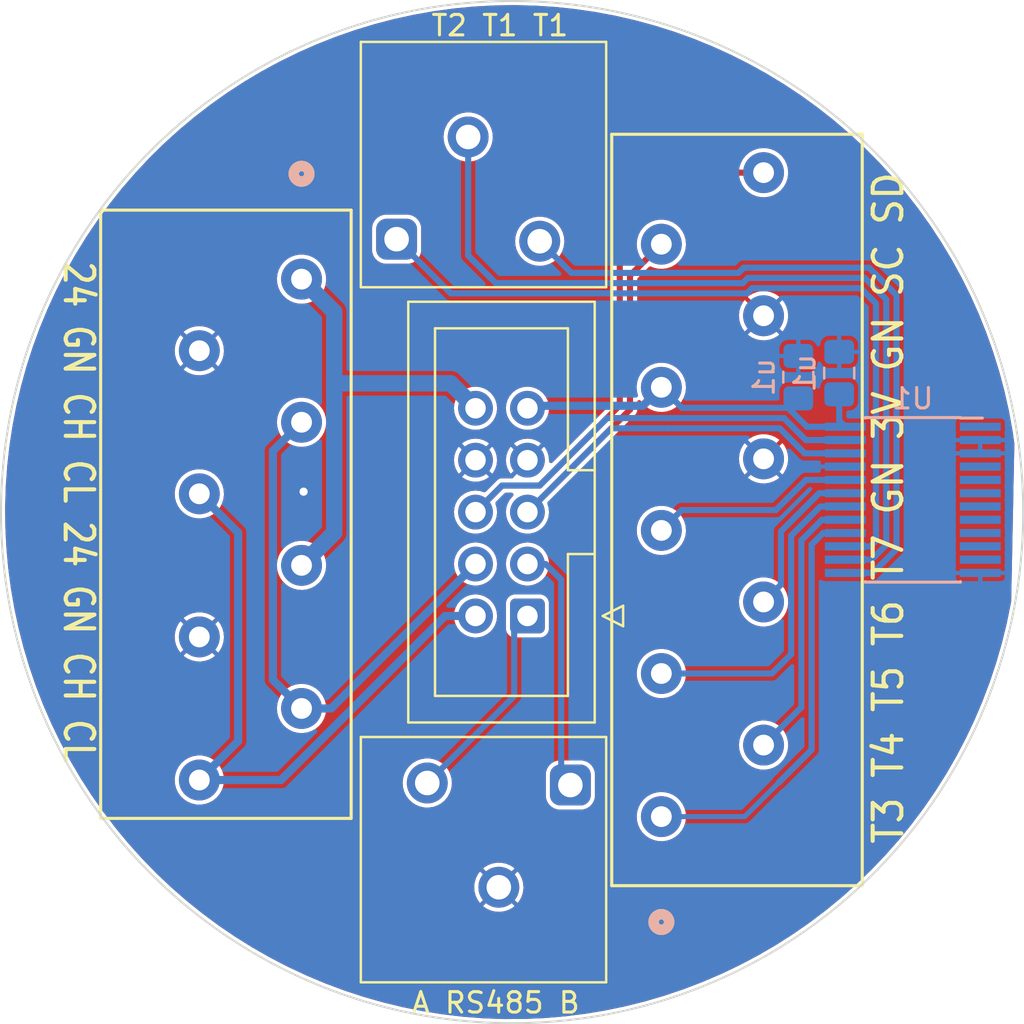
<source format=kicad_pcb>
(kicad_pcb (version 20211014) (generator pcbnew)
  (layers (0 "F.Cu" signal) (31 "B.Cu" signal) (34 "B.Paste" user) (35 "F.Paste" user) (36 "B.SilkS" user "B.Silkscreen") (37 "F.SilkS" user "F.Silkscreen") (38 "B.Mask" user) (39 "F.Mask" user) (44 "Edge.Cuts" user))
  (net 0 "")
  (net 1 "RS485B")
  (net 2 "CANL")
  (net 3 "RS485A")
  (net 4 "CANH")
  (net 5 "SCL")
  (net 6 "GND")
  (net 7 "SDA")
  (net 8 "+3V3")
  (net 9 "+24V")
  (net 19 "/T2")
  (net 20 "/T1")
  (net 21 "/T0")
  (net 22 "/T3")
  (net 23 "/T4")
  (net 24 "/T5")
  (net 25 "/T6")
  (net 26 "/T7")
  (footprint "liebler_CONN:KF250-3.5-3P-A" (layer "F.Cu") (at 94.35 86.65 180)
    (fp_text reference "J3" hide)
    (fp_text value "T2 T1 T1" (at -5.05 10.45) (layer "F.SilkS"))
    (fp_line (start 1.75 9.65) (end 1.75 -2.35) (layer "F.SilkS") (width 0.12))
    (fp_line (start -10.25 9.65) (end 1.75 9.65) (layer "F.SilkS") (width 0.12))
    (fp_line (start -10.25 -2.35) (end -10.25 9.65) (layer "F.SilkS") (width 0.12))
    (fp_line (start 1.75 -2.35) (end -10.25 -2.35) (layer "F.SilkS") (width 0.12))
    (pad "1" thru_hole roundrect locked (at 0 0 180) (size 2 2) (drill 1.2) (layers *.Cu *.Mask) (net 19 "/T2"))
    (pad "2" thru_hole circle locked (at -3.5 5 180) (size 2 2) (drill 1.2) (layers *.Cu *.Mask) (net 20 "/T1"))
    (pad "3" thru_hole circle locked (at -7 -0.1 180) (size 2 2) (drill 1.2) (layers *.Cu *.Mask) (net 21 "/T0"))
  )
  (footprint "liebler_CONN:WAGO_250-210" (layer "F.Cu") (at 107.300001 114.895166 90)
    (fp_text reference "J9" hide)
    (fp_text value "T3 T4 T5 T6 T7 GN 3V GN SC SD" (at 15.095166 11.099999 90 unlocked) (layer "F.SilkS") (effects (font (size 1.4 1.3) (thickness 0.2))))
    (fp_circle (center -5.154937 0) (end -4.773937 0) (layer "B.SilkS") (width 0.508) (fill none))
    (fp_line (start 33.377068 9.826999) (end 33.377068 -2.427001) (layer "F.SilkS") (width 0.1524))
    (fp_line (start 33.377068 -2.427001) (end -3.376937 -2.427001) (layer "F.SilkS") (width 0.1524))
    (fp_line (start -3.376937 9.826999) (end 33.377068 9.826999) (layer "F.SilkS") (width 0.1524))
    (fp_line (start -3.376937 -2.427001) (end -3.376937 9.826999) (layer "F.SilkS") (width 0.1524))
    (fp_circle (center -5.154937 0) (end -4.773937 0) (layer "F.SilkS") (width 0.508) (fill none))
    (pad "1" thru_hole circle (at -0.000003 0 90) (size 2 2) (drill 1.016) (layers *.Cu *.Mask) (net 22 "/T3"))
    (pad "2" thru_hole circle (at 3.499997 5 90) (size 2 2) (drill 1.016) (layers *.Cu *.Mask) (net 23 "/T4"))
    (pad "3" thru_hole circle (at 6.999998 0 90) (size 2 2) (drill 1.016) (layers *.Cu *.Mask) (net 24 "/T5"))
    (pad "4" thru_hole circle (at 10.500001 5 90) (size 2 2) (drill 1.016) (layers *.Cu *.Mask) (net 25 "/T6"))
    (pad "5" thru_hole circle (at 14.000002 0 90) (size 2 2) (drill 1.016) (layers *.Cu *.Mask) (net 26 "/T7"))
    (pad "6" thru_hole circle (at 17.500002 5 90) (size 2 2) (drill 1.016) (layers *.Cu *.Mask) (net 6 "GND"))
    (pad "7" thru_hole circle (at 21.000003 0 90) (size 2 2) (drill 1.016) (layers *.Cu *.Mask) (net 8 "+3V3"))
    (pad "8" thru_hole circle (at 24.500004 5 90) (size 2 2) (drill 1.016) (layers *.Cu *.Mask) (net 6 "GND"))
    (pad "9" thru_hole circle (at 28.000004 0 90) (size 2 2) (drill 1.016) (layers *.Cu *.Mask) (net 5 "SCL"))
    (pad "10" thru_hole circle (at 31.500005 5 90) (size 2 2) (drill 1.016) (layers *.Cu *.Mask) (net 7 "SDA"))
  )
  (footprint "Connector_IDC:IDC-Header_2x05_P2.54mm_Vertical" (layer "F.Cu") (at 100.75 105.08 180)
    (fp_text reference "J1" hide)
    (fp_text value "BaseConnect" hide)
    (fp_line (start -1.98 3.03) (end -1.98 -3.91) (layer "F.SilkS") (width 0.12))
    (fp_line (start -4.68 0.5) (end -3.68 0) (layer "F.SilkS") (width 0.12))
    (fp_line (start -3.68 0) (end -4.68 -0.5) (layer "F.SilkS") (width 0.12))
    (fp_line (start -4.68 -0.5) (end -4.68 0.5) (layer "F.SilkS") (width 0.12))
    (fp_line (start -1.98 7.13) (end -3.29 7.13) (layer "F.SilkS") (width 0.12))
    (fp_line (start -1.98 -3.91) (end 4.52 -3.91) (layer "F.SilkS") (width 0.12))
    (fp_line (start -1.98 7.13) (end -1.98 7.13) (layer "F.SilkS") (width 0.12))
    (fp_line (start -3.29 15.37) (end -3.29 -5.21) (layer "F.SilkS") (width 0.12))
    (fp_line (start 4.52 -3.91) (end 4.52 14.07) (layer "F.SilkS") (width 0.12))
    (fp_line (start 5.83 15.37) (end -3.29 15.37) (layer "F.SilkS") (width 0.12))
    (fp_line (start 5.83 -5.21) (end 5.83 15.37) (layer "F.SilkS") (width 0.12))
    (fp_line (start -3.29 3.03) (end -1.98 3.03) (layer "F.SilkS") (width 0.12))
    (fp_line (start -1.98 14.07) (end -1.98 7.13) (layer "F.SilkS") (width 0.12))
    (fp_line (start -3.29 -5.21) (end 5.83 -5.21) (layer "F.SilkS") (width 0.12))
    (fp_line (start 4.52 14.07) (end -1.98 14.07) (layer "F.SilkS") (width 0.12))
    (pad "1" thru_hole roundrect (at 0 0 180) (size 1.7 1.7) (drill 1) (layers *.Cu *.Mask) (roundrect_rratio 0.147059) (net 3 "RS485A"))
    (pad "2" thru_hole circle (at 2.54 0 180) (size 1.7 1.7) (drill 1) (layers *.Cu *.Mask) (net 2 "CANL"))
    (pad "3" thru_hole circle (at 0 2.54 180) (size 1.7 1.7) (drill 1) (layers *.Cu *.Mask) (net 1 "RS485B"))
    (pad "4" thru_hole circle (at 2.54 2.54 180) (size 1.7 1.7) (drill 1) (layers *.Cu *.Mask) (net 4 "CANH"))
    (pad "5" thru_hole circle (at 0 5.08 180) (size 1.7 1.7) (drill 1) (layers *.Cu *.Mask) (net 5 "SCL"))
    (pad "6" thru_hole circle (at 2.54 5.08 180) (size 1.7 1.7) (drill 1) (layers *.Cu *.Mask) (net 7 "SDA"))
    (pad "7" thru_hole circle (at 0 7.62 180) (size 1.7 1.7) (drill 1) (layers *.Cu *.Mask) (net 6 "GND"))
    (pad "8" thru_hole circle (at 2.54 7.62 180) (size 1.7 1.7) (drill 1) (layers *.Cu *.Mask) (net 6 "GND"))
    (pad "9" thru_hole circle (at 0 10.16 180) (size 1.7 1.7) (drill 1) (layers *.Cu *.Mask) (net 8 "+3V3"))
    (pad "10" thru_hole circle (at 2.54 10.16 180) (size 1.7 1.7) (drill 1) (layers *.Cu *.Mask) (net 9 "+24V"))
  )
  (footprint "liebler_CONN:KF250-3.5-3P-A" (layer "F.Cu") (at 102.85 113.35)
    (fp_text reference "J4" hide)
    (fp_text value "A RS485 B" (at -3.65 10.65) (layer "F.SilkS"))
    (fp_line (start -10.25 -2.35) (end -10.25 9.65) (layer "F.SilkS") (width 0.12))
    (fp_line (start 1.75 -2.35) (end -10.25 -2.35) (layer "F.SilkS") (width 0.12))
    (fp_line (start -10.25 9.65) (end 1.75 9.65) (layer "F.SilkS") (width 0.12))
    (fp_line (start 1.75 9.65) (end 1.75 -2.35) (layer "F.SilkS") (width 0.12))
    (pad "1" thru_hole roundrect locked (at 0 0) (size 2 2) (drill 1.2) (layers *.Cu *.Mask) (net 1 "RS485B"))
    (pad "2" thru_hole circle locked (at -3.5 5) (size 2 2) (drill 1.2) (layers *.Cu *.Mask) (net 6 "GND"))
    (pad "3" thru_hole circle locked (at -7 -0.1) (size 2 2) (drill 1.2) (layers *.Cu *.Mask) (net 3 "RS485A"))
  )
  (footprint "liebler_CONN:WAGO_250-208" (layer "F.Cu") (at 89.699999 88.604834 -90)
    (fp_text reference "J10" hide)
    (fp_text value "24 GN CH CL 24 GN CH CL" (at 11.395166 10.899999 -90 unlocked) (layer "F.SilkS") (effects (font (size 1.4 1.17) (thickness 0.2))))
    (fp_circle (center -5.15493 0) (end -4.77393 0) (layer "B.SilkS") (width 0.508) (fill none))
    (fp_line (start 26.377062 9.826999) (end 26.377062 -2.427001) (layer "F.SilkS") (width 0.1524))
    (fp_line (start 26.377062 -2.427001) (end -3.37693 -2.427001) (layer "F.SilkS") (width 0.1524))
    (fp_line (start -3.37693 -2.427001) (end -3.37693 9.826999) (layer "F.SilkS") (width 0.1524))
    (fp_line (start -3.37693 9.826999) (end 26.377062 9.826999) (layer "F.SilkS") (width 0.1524))
    (fp_circle (center -5.15493 0) (end -4.77393 0) (layer "F.SilkS") (width 0.508) (fill none))
    (pad "1" thru_hole circle (at 0 0 270) (size 2 2) (drill 1.016) (layers *.Cu *.Mask) (net 9 "+24V"))
    (pad "2" thru_hole circle (at 3.500001 5 270) (size 2 2) (drill 1.016) (layers *.Cu *.Mask) (net 6 "GND"))
    (pad "3" thru_hole circle (at 7.000002 0 270) (size 2 2) (drill 1.016) (layers *.Cu *.Mask) (net 4 "CANH"))
    (pad "4" thru_hole circle (at 10.500002 5 270) (size 2 2) (drill 1.016) (layers *.Cu *.Mask) (net 2 "CANL"))
    (pad "5" thru_hole circle (at 14.000003 0 270) (size 2 2) (drill 1.016) (layers *.Cu *.Mask) (net 9 "+24V"))
    (pad "6" thru_hole circle (at 17.500003 5 270) (size 2 2) (drill 1.016) (layers *.Cu *.Mask) (net 6 "GND"))
    (pad "7" thru_hole circle (at 21.000004 0 270) (size 2 2) (drill 1.016) (layers *.Cu *.Mask) (net 4 "CANH"))
    (pad "8" thru_hole circle (at 24.500005 5 270) (size 2 2) (drill 1.016) (layers *.Cu *.Mask) (net 2 "CANL"))
  )
  (footprint "Capacitor_SMD:C_0805_2012Metric_Pad1.18x1.45mm_HandSolder" (layer "B.Cu") (at 116 93.2 90)
    (fp_text reference "C1" hide)
    (fp_text value "u1" (at 0 -1.68 90) (layer "B.SilkS") (effects (justify mirror)))
    (fp_line (start -0.261252 0.735) (end 0.261252 0.735) (layer "B.SilkS") (width 0.12))
    (fp_line (start -0.261252 -0.735) (end 0.261252 -0.735) (layer "B.SilkS") (width 0.12))
    (pad "1" smd roundrect (at -1.0375 0 90) (size 1.175 1.45) (layers "B.Cu" "B.Paste" "B.Mask") (roundrect_rratio 0.212766) (net 8 "+3V3"))
    (pad "2" smd roundrect (at 1.0375 0 90) (size 1.175 1.45) (layers "B.Cu" "B.Paste" "B.Mask") (roundrect_rratio 0.212766) (net 6 "GND"))
  )
  (footprint "liebler_SEMICONDUCTORS:TSSOP-24_4.4x7.8mm_Pitch0.65mm_handsolder" (layer "B.Cu") (at 119.6 99.4 180)
    (fp_text reference "U1" (at 0 4.95) (layer "B.SilkS") (effects (justify mirror)))
    (fp_text value "PCA9555PW")
    (fp_line (start -2.325 4.025) (end 2.325 4.025) (layer "B.SilkS") (width 0.15))
    (fp_line (start -2.325 4) (end -3.4 4) (layer "B.SilkS") (width 0.15))
    (fp_line (start -2.325 4.025) (end -2.325 4) (layer "B.SilkS") (width 0.15))
    (fp_line (start 2.325 -4.025) (end 2.325 -4) (layer "B.SilkS") (width 0.15))
    (fp_line (start -2.325 -4.025) (end 2.325 -4.025) (layer "B.SilkS") (width 0.15))
    (fp_line (start 2.325 4.025) (end 2.325 4) (layer "B.SilkS") (width 0.15))
    (fp_line (start -2.325 -4.025) (end -2.325 -4) (layer "B.SilkS") (width 0.15))
    (pad "1" smd rect locked (at -3.3 3.575 180) (size 2 0.4) (layers "B.Cu" "B.Paste" "B.Mask"))
    (pad "2" smd rect locked (at -3.3 2.925 180) (size 2 0.4) (layers "B.Cu" "B.Paste" "B.Mask") (net 6 "GND"))
    (pad "3" smd rect locked (at -3.3 2.275 180) (size 2 0.4) (layers "B.Cu" "B.Paste" "B.Mask") (net 6 "GND"))
    (pad "4" smd rect locked (at -3.3 1.625 180) (size 2 0.4) (layers "B.Cu" "B.Paste" "B.Mask"))
    (pad "5" smd rect locked (at -3.3 0.975 180) (size 2 0.4) (layers "B.Cu" "B.Paste" "B.Mask"))
    (pad "6" smd rect locked (at -3.3 0.325 180) (size 2 0.4) (layers "B.Cu" "B.Paste" "B.Mask"))
    (pad "7" smd rect locked (at -3.3 -0.325 180) (size 2 0.4) (layers "B.Cu" "B.Paste" "B.Mask"))
    (pad "8" smd rect locked (at -3.3 -0.975 180) (size 2 0.4) (layers "B.Cu" "B.Paste" "B.Mask"))
    (pad "9" smd rect locked (at -3.3 -1.625 180) (size 2 0.4) (layers "B.Cu" "B.Paste" "B.Mask"))
    (pad "10" smd rect locked (at -3.3 -2.275 180) (size 2 0.4) (layers "B.Cu" "B.Paste" "B.Mask"))
    (pad "11" smd rect locked (at -3.3 -2.925 180) (size 2 0.4) (layers "B.Cu" "B.Paste" "B.Mask"))
    (pad "12" smd rect locked (at -3.3 -3.575 180) (size 2 0.4) (layers "B.Cu" "B.Paste" "B.Mask") (net 6 "GND"))
    (pad "13" smd rect locked (at 3.3 -3.575 180) (size 2 0.4) (layers "B.Cu" "B.Paste" "B.Mask") (net 21 "/T0"))
    (pad "14" smd rect locked (at 3.3 -2.925 180) (size 2 0.4) (layers "B.Cu" "B.Paste" "B.Mask") (net 20 "/T1"))
    (pad "15" smd rect locked (at 3.3 -2.275 180) (size 2 0.4) (layers "B.Cu" "B.Paste" "B.Mask") (net 19 "/T2"))
    (pad "16" smd rect locked (at 3.3 -1.625 180) (size 2 0.4) (layers "B.Cu" "B.Paste" "B.Mask") (net 22 "/T3"))
    (pad "17" smd rect locked (at 3.3 -0.975 180) (size 2 0.4) (layers "B.Cu" "B.Paste" "B.Mask") (net 23 "/T4"))
    (pad "18" smd rect locked (at 3.3 -0.325 180) (size 2 0.4) (layers "B.Cu" "B.Paste" "B.Mask") (net 24 "/T5"))
    (pad "19" smd rect locked (at 3.3 0.325 180) (size 2 0.4) (layers "B.Cu" "B.Paste" "B.Mask") (net 25 "/T6"))
    (pad "20" smd rect locked (at 3.3 0.975 180) (size 2 0.4) (layers "B.Cu" "B.Paste" "B.Mask") (net 26 "/T7"))
    (pad "21" smd rect locked (at 3.3 1.625 180) (size 2 0.4) (layers "B.Cu" "B.Paste" "B.Mask") (net 6 "GND"))
    (pad "22" smd rect locked (at 3.3 2.275 180) (size 2 0.4) (layers "B.Cu" "B.Paste" "B.Mask") (net 5 "SCL"))
    (pad "23" smd rect locked (at 3.3 2.925 180) (size 2 0.4) (layers "B.Cu" "B.Paste" "B.Mask") (net 7 "SDA"))
    (pad "24" smd rect locked (at 3.3 3.575 180) (size 2 0.4) (layers "B.Cu" "B.Paste" "B.Mask") (net 8 "+3V3"))
  )
  (footprint "Capacitor_SMD:C_0805_2012Metric_Pad1.18x1.45mm_HandSolder" (layer "B.Cu") (at 114 93.4 90)
    (fp_text reference "C2" hide)
    (fp_text value "u1" (at 0 -1.68 90) (layer "B.SilkS") (effects (justify mirror)))
    (fp_line (start -0.261252 -0.735) (end 0.261252 -0.735) (layer "B.SilkS") (width 0.12))
    (fp_line (start -0.261252 0.735) (end 0.261252 0.735) (layer "B.SilkS") (width 0.12))
    (pad "1" smd roundrect (at -1.0375 0 90) (size 1.175 1.45) (layers "B.Cu" "B.Paste" "B.Mask") (roundrect_rratio 0.212766) (net 8 "+3V3"))
    (pad "2" smd roundrect (at 1.0375 0 90) (size 1.175 1.45) (layers "B.Cu" "B.Paste" "B.Mask") (roundrect_rratio 0.212766) (net 6 "GND"))
  )
  (gr_circle (center 100 100) (end 125 100) (layer "Edge.Cuts") (width 0.1) (fill none))
  (segment (start 101.64 102.54) (end 102.4 103.3) (width 0.3) (layer "B.Cu") (net 1))
  (segment (start 100.75 102.54) (end 101.64 102.54) (width 0.3) (layer "B.Cu") (net 1))
  (segment (start 102.4 103.3) (end 102.4 112.9) (width 0.3) (layer "B.Cu") (net 1))
  (segment (start 102.4 112.9) (end 102.85 113.35) (width 0.3) (layer "B.Cu") (net 1))
  (segment (start 98.2125 105.08) (end 96.72 105.08) (width 0.4) (layer "B.Cu") (net 2))
  (segment (start 88.695161 113.104839) (end 84.699999 113.104839) (width 0.4) (layer "B.Cu") (net 2))
  (segment (start 84.699999 113.104839) (end 86.6 111.204838) (width 0.4) (layer "B.Cu") (net 2))
  (segment (start 86.6 101.004837) (end 84.699999 99.104836) (width 0.4) (layer "B.Cu") (net 2))
  (segment (start 96.72 105.08) (end 88.695161 113.104839) (width 0.4) (layer "B.Cu") (net 2))
  (segment (start 86.6 111.204838) (end 86.6 101.004837) (width 0.4) (layer "B.Cu") (net 2))
  (segment (start 100.75 105.08) (end 100.1 105.73) (width 0.3) (layer "B.Cu") (net 3))
  (segment (start 100.1 105.73) (end 100.1 109) (width 0.3) (layer "B.Cu") (net 3))
  (segment (start 100.1 109) (end 95.85 113.25) (width 0.3) (layer "B.Cu") (net 3))
  (segment (start 88.299999 97.004836) (end 89.699999 95.604836) (width 0.4) (layer "B.Cu") (net 4))
  (segment (start 89.699999 109.604838) (end 88.299999 108.204838) (width 0.4) (layer "B.Cu") (net 4))
  (segment (start 91 109.6) (end 90.995162 109.604838) (width 0.4) (layer "B.Cu") (net 4))
  (segment (start 91.1525 109.6) (end 91 109.6) (width 0.4) (layer "B.Cu") (net 4))
  (segment (start 98.2125 102.54) (end 91.1525 109.6) (width 0.4) (layer "B.Cu") (net 4))
  (segment (start 88.299999 108.204838) (end 88.299999 97.004836) (width 0.4) (layer "B.Cu") (net 4))
  (segment (start 90.995162 109.604838) (end 89.699999 109.604838) (width 0.4) (layer "B.Cu") (net 4))
  (segment (start 105.766278 94.986222) (end 105.766278 88.428885) (width 0.3) (layer "F.Cu") (net 5))
  (segment (start 105.766278 88.428885) (end 107.300001 86.895162) (width 0.3) (layer "F.Cu") (net 5))
  (segment (start 100.7525 100) (end 105.766278 94.986222) (width 0.3) (layer "F.Cu") (net 5))
  (segment (start 113.085788 95.9) (end 107.6 95.9) (width 0.3) (layer "B.Cu") (net 5))
  (segment (start 115.3375 97.125) (end 114.310788 97.125) (width 0.3) (layer "B.Cu") (net 5))
  (segment (start 104.85 95.9) (end 100.75 100) (width 0.3) (layer "B.Cu") (net 5))
  (segment (start 114.310788 97.125) (end 113.085788 95.9) (width 0.3) (layer "B.Cu") (net 5))
  (segment (start 107.6 95.9) (end 104.85 95.9) (width 0.3) (layer "B.Cu") (net 5))
  (via (at 89.8 99) (size 0.8) (drill 0.4) (layers "F.Cu" "B.Cu") (net 6))
  (segment (start 105.266278 94.779116) (end 101.345394 98.7) (width 0.3) (layer "F.Cu") (net 7))
  (segment (start 101.345394 98.7) (end 99.51 98.7) (width 0.3) (layer "F.Cu") (net 7))
  (segment (start 112.300001 83.395161) (end 108.204839 83.395161) (width 0.3) (layer "F.Cu") (net 7))
  (segment (start 108.204839 83.395161) (end 105.266278 86.333722) (width 0.3) (layer "F.Cu") (net 7))
  (segment (start 99.51 98.7) (end 98.21 100) (width 0.3) (layer "F.Cu") (net 7))
  (segment (start 105.266278 86.333722) (end 105.266278 94.779116) (width 0.3) (layer "F.Cu") (net 7))
  (segment (start 113.292894 95.4) (end 104.642894 95.4) (width 0.3) (layer "B.Cu") (net 7))
  (segment (start 99.51 98.7) (end 98.21 100) (width 0.3) (layer "B.Cu") (net 7))
  (segment (start 114.367894 96.475) (end 113.292894 95.4) (width 0.3) (layer "B.Cu") (net 7))
  (segment (start 101.342894 98.7) (end 99.51 98.7) (width 0.3) (layer "B.Cu") (net 7))
  (segment (start 115.9375 96.475) (end 114.367894 96.475) (width 0.3) (layer "B.Cu") (net 7))
  (segment (start 104.642894 95.4) (end 101.342894 98.7) (width 0.3) (layer "B.Cu") (net 7))
  (segment (start 106.395164 94.8) (end 107.300001 93.895163) (width 0.4) (layer "B.Cu") (net 8))
  (segment (start 113.500001 94.9) (end 114.425 95.825) (width 0.3) (layer "B.Cu") (net 8))
  (segment (start 114.425 95.825) (end 115.9375 95.825) (width 0.3) (layer "B.Cu") (net 8))
  (segment (start 107.300001 93.895163) (end 108.304838 94.9) (width 0.3) (layer "B.Cu") (net 8))
  (segment (start 100.8725 94.8) (end 106.395164 94.8) (width 0.4) (layer "B.Cu") (net 8))
  (segment (start 108.304838 94.9) (end 113.500001 94.9) (width 0.3) (layer "B.Cu") (net 8))
  (segment (start 100.7525 94.92) (end 100.8725 94.8) (width 0.4) (layer "B.Cu") (net 8))
  (segment (start 116 94.2375) (end 116 95.525) (width 0.3) (layer "B.Cu") (net 8))
  (segment (start 116 95.525) (end 116.3 95.825) (width 0.3) (layer "B.Cu") (net 8))
  (segment (start 91.299999 93.699999) (end 91.299999 101.004837) (width 0.8) (layer "B.Cu") (net 9))
  (segment (start 91.299999 90.204834) (end 91.299999 93.699999) (width 0.8) (layer "B.Cu") (net 9))
  (segment (start 89.699999 88.604834) (end 91.299999 90.204834) (width 0.8) (layer "B.Cu") (net 9))
  (segment (start 91.299999 93.699999) (end 96.992499 93.699999) (width 0.8) (layer "B.Cu") (net 9))
  (segment (start 91.299999 101.004837) (end 89.699999 102.604837) (width 0.8) (layer "B.Cu") (net 9))
  (segment (start 96.992499 93.699999) (end 98.2125 94.92) (width 0.8) (layer "B.Cu") (net 9))
  (segment (start 94.35 86.65) (end 97 89.3) (width 0.3) (layer "B.Cu") (net 19))
  (segment (start 117.525 101.675) (end 116.3 101.675) (width 0.3) (layer "B.Cu") (net 19))
  (segment (start 117.045162 89.045162) (end 117.8 89.8) (width 0.3) (layer "B.Cu") (net 19))
  (segment (start 111.485974 89.3) (end 111.740812 89.045162) (width 0.3) (layer "B.Cu") (net 19))
  (segment (start 117.8 101.4) (end 117.525 101.675) (width 0.3) (layer "B.Cu") (net 19))
  (segment (start 111.740812 89.045162) (end 117.045162 89.045162) (width 0.3) (layer "B.Cu") (net 19))
  (segment (start 97 89.3) (end 111.485974 89.3) (width 0.3) (layer "B.Cu") (net 19))
  (segment (start 117.8 89.8) (end 117.8 101.4) (width 0.3) (layer "B.Cu") (net 19))
  (segment (start 99.2 88.8) (end 97.85 87.45) (width 0.3) (layer "B.Cu") (net 20))
  (segment (start 118.3 89.592894) (end 117.252268 88.545162) (width 0.3) (layer "B.Cu") (net 20))
  (segment (start 115.9375 102.325) (end 117.075 102.325) (width 0.3) (layer "B.Cu") (net 20))
  (segment (start 117.582107 102.325) (end 118.3 101.607106) (width 0.3) (layer "B.Cu") (net 20))
  (segment (start 118.3 101.607106) (end 118.3 89.592894) (width 0.3) (layer "B.Cu") (net 20))
  (segment (start 111.278867 88.8) (end 99.2 88.8) (width 0.3) (layer "B.Cu") (net 20))
  (segment (start 97.85 87.45) (end 97.85 81.65) (width 0.3) (layer "B.Cu") (net 20))
  (segment (start 111.533705 88.545162) (end 111.278867 88.8) (width 0.3) (layer "B.Cu") (net 20))
  (segment (start 116.3 102.325) (end 117.582107 102.325) (width 0.3) (layer "B.Cu") (net 20))
  (segment (start 117.252268 88.545162) (end 111.533705 88.545162) (width 0.3) (layer "B.Cu") (net 20))
  (segment (start 111.07176 88.3) (end 111.326598 88.045162) (width 0.3) (layer "B.Cu") (net 21))
  (segment (start 102.9 88.3) (end 111.07176 88.3) (width 0.3) (layer "B.Cu") (net 21))
  (segment (start 111.326598 88.045162) (end 117.459375 88.045162) (width 0.3) (layer "B.Cu") (net 21))
  (segment (start 101.35 86.75) (end 102.9 88.3) (width 0.3) (layer "B.Cu") (net 21))
  (segment (start 117.225 102.975) (end 115.9375 102.975) (width 0.3) (layer "B.Cu") (net 21))
  (segment (start 117.459375 88.045162) (end 118.8 89.385787) (width 0.3) (layer "B.Cu") (net 21))
  (segment (start 117.639214 102.975) (end 116.3 102.975) (width 0.3) (layer "B.Cu") (net 21))
  (segment (start 118.8 89.385787) (end 118.8 101.814214) (width 0.3) (layer "B.Cu") (net 21))
  (segment (start 118.8 101.814214) (end 117.639214 102.975) (width 0.3) (layer "B.Cu") (net 21))
  (segment (start 115.9375 101.025) (end 115.213604 101.025) (width 0.3) (layer "B.Cu") (net 22))
  (segment (start 107.300001 114.895169) (end 111.377623 114.895169) (width 0.25) (layer "B.Cu") (net 22))
  (segment (start 115.213604 101.025) (end 114.650001 101.588603) (width 0.3) (layer "B.Cu") (net 22))
  (segment (start 114.650001 111.622791) (end 113.036396 113.236396) (width 0.3) (layer "B.Cu") (net 22))
  (segment (start 111.377623 114.895169) (end 113.036396 113.236396) (width 0.25) (layer "B.Cu") (net 22))
  (segment (start 114.650001 101.588603) (end 114.650001 111.622791) (width 0.3) (layer "B.Cu") (net 22))
  (segment (start 115.156498 100.375) (end 114.150001 101.381497) (width 0.3) (layer "B.Cu") (net 23))
  (segment (start 114.150001 101.381497) (end 114.150001 109.545169) (width 0.3) (layer "B.Cu") (net 23))
  (segment (start 115.3375 100.375) (end 115.156498 100.375) (width 0.3) (layer "B.Cu") (net 23))
  (segment (start 114.150001 109.545169) (end 112.300001 111.395169) (width 0.3) (layer "B.Cu") (net 23))
  (segment (start 107.300001 107.895168) (end 112.704832 107.895168) (width 0.3) (layer "B.Cu") (net 24))
  (segment (start 113.650001 106.949999) (end 113.650001 101.149999) (width 0.3) (layer "B.Cu") (net 24))
  (segment (start 112.704832 107.895168) (end 113.650001 106.949999) (width 0.3) (layer "B.Cu") (net 24))
  (segment (start 113.650001 101.149999) (end 115.075 99.725) (width 0.3) (layer "B.Cu") (net 24))
  (segment (start 115.075 99.725) (end 115.3375 99.725) (width 0.3) (layer "B.Cu") (net 24))
  (segment (start 113.150001 100.942893) (end 113.150001 103.545165) (width 0.3) (layer "B.Cu") (net 25))
  (segment (start 115.3375 99.075) (end 115.017894 99.075) (width 0.3) (layer "B.Cu") (net 25))
  (segment (start 113.150001 103.545165) (end 112.300001 104.395165) (width 0.3) (layer "B.Cu") (net 25))
  (segment (start 115.017894 99.075) (end 113.150001 100.942893) (width 0.3) (layer "B.Cu") (net 25))
  (segment (start 115.3375 98.425) (end 114.375 98.425) (width 0.3) (layer "B.Cu") (net 26))
  (segment (start 114.375 98.425) (end 112.9 99.9) (width 0.3) (layer "B.Cu") (net 26))
  (segment (start 112.9 99.9) (end 108.295165 99.9) (width 0.3) (layer "B.Cu") (net 26))
  (segment (start 108.295165 99.9) (end 107.300001 100.895164) (width 0.3) (layer "B.Cu") (net 26))
  (zone (net 6) (net_name "GND") (layers F&B.Cu) (connect_pads (clearance 0.2)) (min_thickness 0.2) (fill yes (thermal_gap 0.2) (thermal_bridge_width 0.21))
    (polygon (pts (xy 124 125) (xy 75 125) (xy 75 75) (xy 125 75)))
  )
)
</source>
